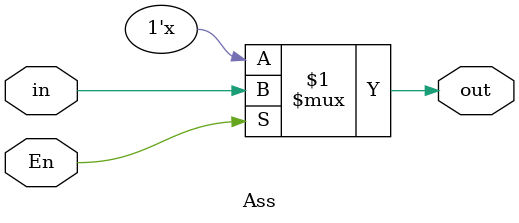
<source format=sv>
module Ass(input in,
			input  En,
			output out);
assign out = (En) ? in : 1'bz;
endmodule
</source>
